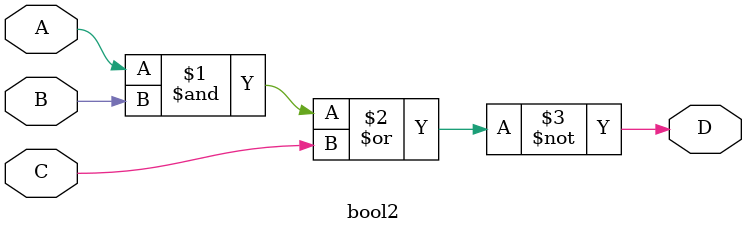
<source format=v>
`timescale 1ns / 1ps



module bool2(output D, input A, B, C);
    assign D = ~((A&B)|C);
endmodule

</source>
